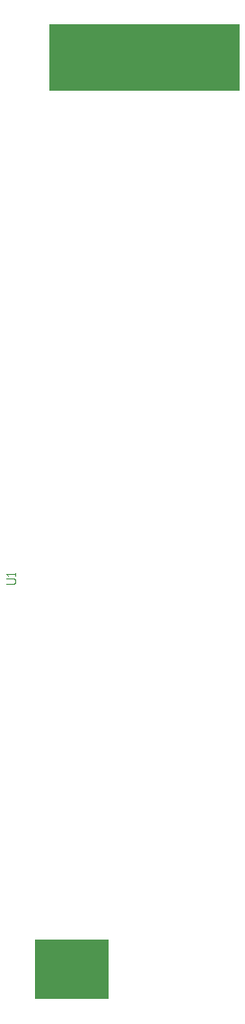
<source format=gko>
G04*
G04 #@! TF.GenerationSoftware,Altium Limited,Altium Designer,22.7.1 (60)*
G04*
G04 Layer_Color=16711935*
%FSLAX25Y25*%
%MOIN*%
G70*
G04*
G04 #@! TF.SameCoordinates,2BF9A078-D696-49FA-A729-B53DB30398E2*
G04*
G04*
G04 #@! TF.FilePolarity,Positive*
G04*
G01*
G75*
%ADD16C,0.00394*%
%ADD76R,0.27559X0.22244*%
%ADD77R,0.70866X0.24803*%
D16*
X156851Y226000D02*
X159475D01*
X160000Y226525D01*
Y227574D01*
X159475Y228099D01*
X156851D01*
X160000Y229149D02*
Y230198D01*
Y229673D01*
X156851D01*
X157376Y229149D01*
D76*
X181102Y82894D02*
D03*
D77*
X208000Y421295D02*
D03*
D03*
M02*

</source>
